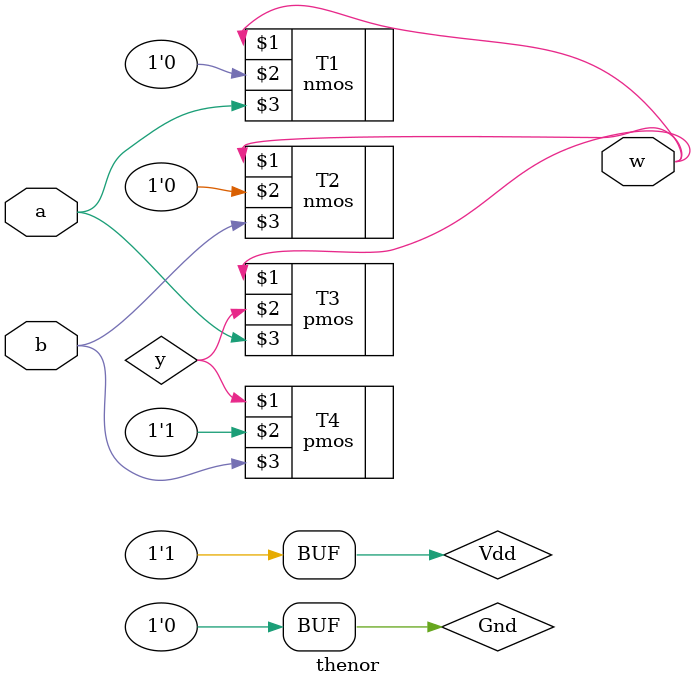
<source format=sv>
`timescale 1ns/1ns
module thenor (input a,b, output w);
	wire y;
	supply1 Vdd;
	supply0 Gnd;
	nmos #(3,4,5) T1(w,Gnd,a) ,
		      T2(w,Gnd,b);
	pmos #(5,6,7) T3(w,y,a) ,
		      T4(y,Vdd,b);
endmodule
</source>
